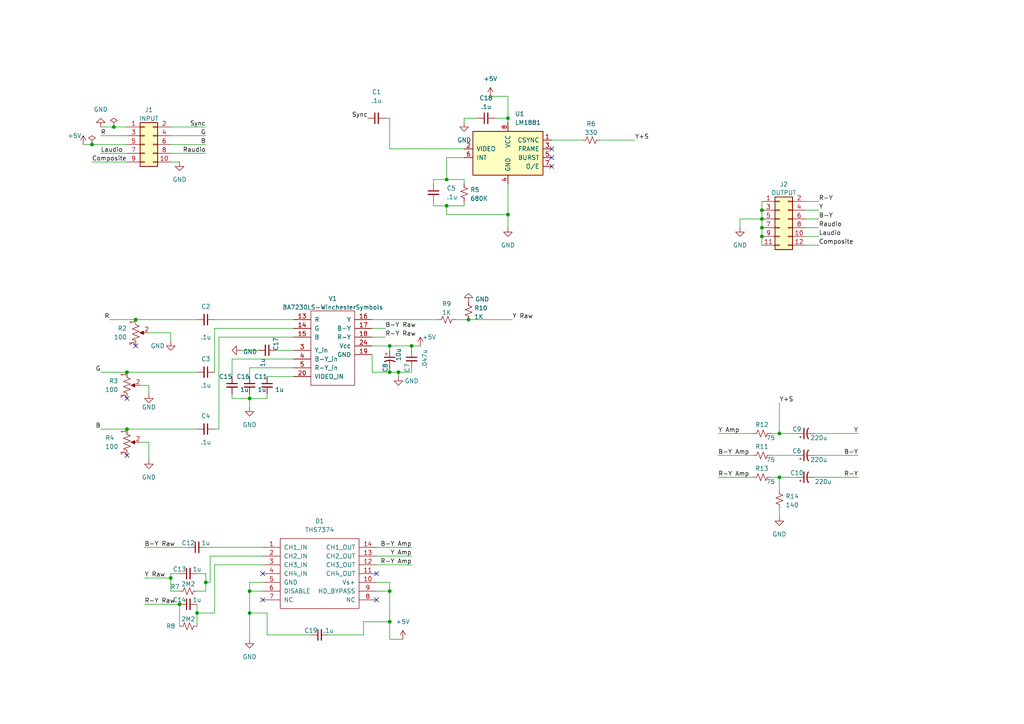
<source format=kicad_sch>
(kicad_sch (version 20230121) (generator eeschema)
  (paper "A4")
  (title_block (title "RGB to Component Transcoder") (rev "1.0") (company "Shalx"))
  (lib_symbols
    (symbol "Connector_Generic:Conn_02x05_Odd_Even" (pin_names (offset 1.016) hide)
      (property "Reference" "J" (at 1.27 7.62 0))
      (property "Value" "Conn_02x05_Odd_Even" (at 1.27 -7.62 0))
      (symbol "Conn_02x05_Odd_Even_1_1"
        (rectangle (start -1.27 -4.953) (end 0 -5.207) (stroke (width 0.1524)))
        (rectangle (start -1.27 -2.413) (end 0 -2.667) (stroke (width 0.1524)))
        (rectangle (start -1.27 0.127) (end 0 -0.127) (stroke (width 0.1524)))
        (rectangle (start -1.27 2.667) (end 0 2.413) (stroke (width 0.1524)))
        (rectangle (start -1.27 5.207) (end 0 4.953) (stroke (width 0.1524)))
        (rectangle (start -1.27 6.35) (end 3.81 -6.35) (stroke (width 0.254)) (fill (type background)))
        (rectangle (start 3.81 -4.953) (end 2.54 -5.207) (stroke (width 0.1524)))
        (rectangle (start 3.81 -2.413) (end 2.54 -2.667) (stroke (width 0.1524)))
        (rectangle (start 3.81 0.127) (end 2.54 -0.127) (stroke (width 0.1524)))
        (rectangle (start 3.81 2.667) (end 2.54 2.413) (stroke (width 0.1524)))
        (rectangle (start 3.81 5.207) (end 2.54 4.953) (stroke (width 0.1524)))
        (pin passive line (at -5.08 5.08 0) (length 3.81) (name "Pin_1") (number "1"))
        (pin passive line (at 7.62 -5.08 180) (length 3.81) (name "Pin_10") (number "10"))
        (pin passive line (at 7.62 5.08 180) (length 3.81) (name "Pin_2") (number "2"))
        (pin passive line (at -5.08 2.54 0) (length 3.81) (name "Pin_3") (number "3"))
        (pin passive line (at 7.62 2.54 180) (length 3.81) (name "Pin_4") (number "4"))
        (pin passive line (at -5.08 0 0) (length 3.81) (name "Pin_5") (number "5"))
        (pin passive line (at 7.62 0 180) (length 3.81) (name "Pin_6") (number "6"))
        (pin passive line (at -5.08 -2.54 0) (length 3.81) (name "Pin_7") (number "7"))
        (pin passive line (at 7.62 -2.54 180) (length 3.81) (name "Pin_8") (number "8"))
        (pin passive line (at -5.08 -5.08 0) (length 3.81) (name "Pin_9") (number "9"))
      )
    )
    (symbol "Connector_Generic:Conn_02x06_Odd_Even" (pin_names (offset 1.016) hide)
      (property "Reference" "J" (at 1.27 7.62 0))
      (property "Value" "Conn_02x06_Odd_Even" (at 1.27 -10.16 0))
      (symbol "Conn_02x06_Odd_Even_1_1"
        (rectangle (start -1.27 -7.493) (end 0 -7.747) (stroke (width 0.1524)))
        (rectangle (start -1.27 -4.953) (end 0 -5.207) (stroke (width 0.1524)))
        (rectangle (start -1.27 -2.413) (end 0 -2.667) (stroke (width 0.1524)))
        (rectangle (start -1.27 0.127) (end 0 -0.127) (stroke (width 0.1524)))
        (rectangle (start -1.27 2.667) (end 0 2.413) (stroke (width 0.1524)))
        (rectangle (start -1.27 5.207) (end 0 4.953) (stroke (width 0.1524)))
        (rectangle (start -1.27 6.35) (end 3.81 -8.89) (stroke (width 0.254)) (fill (type background)))
        (rectangle (start 3.81 -7.493) (end 2.54 -7.747) (stroke (width 0.1524)))
        (rectangle (start 3.81 -4.953) (end 2.54 -5.207) (stroke (width 0.1524)))
        (rectangle (start 3.81 -2.413) (end 2.54 -2.667) (stroke (width 0.1524)))
        (rectangle (start 3.81 0.127) (end 2.54 -0.127) (stroke (width 0.1524)))
        (rectangle (start 3.81 2.667) (end 2.54 2.413) (stroke (width 0.1524)))
        (rectangle (start 3.81 5.207) (end 2.54 4.953) (stroke (width 0.1524)))
        (pin passive line (at -5.08 5.08 0) (length 3.81) (name "Pin_1") (number "1"))
        (pin passive line (at 7.62 -5.08 180) (length 3.81) (name "Pin_10") (number "10"))
        (pin passive line (at -5.08 -7.62 0) (length 3.81) (name "Pin_11") (number "11"))
        (pin passive line (at 7.62 -7.62 180) (length 3.81) (name "Pin_12") (number "12"))
        (pin passive line (at 7.62 5.08 180) (length 3.81) (name "Pin_2") (number "2"))
        (pin passive line (at -5.08 2.54 0) (length 3.81) (name "Pin_3") (number "3"))
        (pin passive line (at 7.62 2.54 180) (length 3.81) (name "Pin_4") (number "4"))
        (pin passive line (at -5.08 0 0) (length 3.81) (name "Pin_5") (number "5"))
        (pin passive line (at 7.62 0 180) (length 3.81) (name "Pin_6") (number "6"))
        (pin passive line (at -5.08 -2.54 0) (length 3.81) (name "Pin_7") (number "7"))
        (pin passive line (at 7.62 -2.54 180) (length 3.81) (name "Pin_8") (number "8"))
        (pin passive line (at -5.08 -5.08 0) (length 3.81) (name "Pin_9") (number "9"))
      )
    )
    (symbol "Device:C_Polarized_Small_US" (pin_numbers hide) (pin_names (offset 0.254) hide)
      (property "Reference" "C" (at 0.254 1.778 0))
      (property "Value" "C_Polarized_Small_US" (at 0.254 -2.032 0))
      (symbol "C_Polarized_Small_US_0_1"
        (polyline (pts (xy -1.524 0.508) (xy 1.524 0.508)) (stroke (width 0.3048)))
        (polyline (pts (xy -1.27 1.524) (xy -0.762 1.524)))
        (polyline (pts (xy -1.016 1.27) (xy -1.016 1.778)))
        (arc (start 1.524 -0.762) (mid 0 -0.3734) (end -1.524 -0.762) (stroke (width 0.3048)))
      )
      (symbol "C_Polarized_Small_US_1_1"
        (pin passive line (at 0 2.54 270) (length 2.032) (name "~") (number "1"))
        (pin passive line (at 0 -2.54 90) (length 2.032) (name "~") (number "2"))
      )
    )
    (symbol "Device:C_Small" (pin_numbers hide) (pin_names (offset 0.254) hide)
      (property "Reference" "C" (at 0.254 1.778 0))
      (property "Value" "C_Small" (at 0.254 -2.032 0))
      (symbol "C_Small_0_1"
        (polyline (pts (xy -1.524 -0.508) (xy 1.524 -0.508)) (stroke (width 0.3302)))
        (polyline (pts (xy -1.524 0.508) (xy 1.524 0.508)) (stroke (width 0.3048)))
      )
      (symbol "C_Small_1_1"
        (pin passive line (at 0 2.54 270) (length 2.032) (name "~") (number "1"))
        (pin passive line (at 0 -2.54 90) (length 2.032) (name "~") (number "2"))
      )
    )
    (symbol "Device:R_Potentiometer_US" (pin_names (offset 1.016) hide)
      (property "Reference" "RV" (at -4.445 0 90))
      (property "Value" "R_Potentiometer_US" (at -2.54 0 90))
      (symbol "R_Potentiometer_US_0_1"
        (polyline (pts (xy 0 -2.286) (xy 0 -2.54)))
        (polyline (pts (xy 0 2.54) (xy 0 2.286)))
        (polyline (pts (xy 2.54 0) (xy 1.524 0)))
        (polyline (pts (xy 1.143 0) (xy 2.286 0.508) (xy 2.286 -0.508) (xy 1.143 0)) (fill (type outline)))
        (polyline (pts (xy 0 -0.762) (xy 1.016 -1.143) (xy 0 -1.524) (xy -1.016 -1.905) (xy 0 -2.286)))
        (polyline (pts (xy 0 0.762) (xy 1.016 0.381) (xy 0 0) (xy -1.016 -0.381) (xy 0 -0.762)))
        (polyline (pts (xy 0 2.286) (xy 1.016 1.905) (xy 0 1.524) (xy -1.016 1.143) (xy 0 0.762)))
      )
      (symbol "R_Potentiometer_US_1_1"
        (pin passive line (at 0 3.81 270) (length 1.27) (name "1") (number "1"))
        (pin passive line (at 3.81 0 180) (length 1.27) (name "2") (number "2"))
        (pin passive line (at 0 -3.81 90) (length 1.27) (name "3") (number "3"))
      )
    )
    (symbol "Device:R_Small_US" (pin_numbers hide) (pin_names (offset 0.254) hide)
      (property "Reference" "R" (at 0.762 0.508 0))
      (property "Value" "R_Small_US" (at 0.762 -1.016 0))
      (symbol "R_Small_US_1_1"
        (polyline (pts (xy 0 0) (xy 1.016 -0.381) (xy 0 -0.762) (xy -1.016 -1.143) (xy 0 -1.524)))
        (polyline (pts (xy 0 1.524) (xy 1.016 1.143) (xy 0 0.762) (xy -1.016 0.381) (xy 0 0)))
        (pin passive line (at 0 2.54 270) (length 1.016) (name "~") (number "1"))
        (pin passive line (at 0 -2.54 90) (length 1.016) (name "~") (number "2"))
      )
    )
    (symbol "Video:LM1881" (pin_names (offset 1.016))
      (property "Reference" "U" (at -8.89 8.89 0))
      (property "Value" "LM1881" (at 6.35 8.89 0))
      (symbol "LM1881_0_1"
        (rectangle (start -10.16 7.62) (end 10.16 -5.08) (stroke (width 0.254)) (fill (type background)))
      )
      (symbol "LM1881_1_1"
        (pin output line (at 12.7 5.08 180) (length 2.54) (name "CSYNC") (number "1"))
        (pin input line (at -12.7 2.54 0) (length 2.54) (name "VIDEO") (number "2"))
        (pin output line (at 12.7 2.54 180) (length 2.54) (name "FRAME") (number "3"))
        (pin power_in line (at 0 -7.62 90) (length 2.54) (name "GND") (number "4"))
        (pin output line (at 12.7 0 180) (length 2.54) (name "BURST") (number "5"))
        (pin input line (at -12.7 0 0) (length 2.54) (name "INT") (number "6"))
        (pin output line (at 12.7 -2.54 180) (length 2.54) (name "O/E") (number "7"))
        (pin power_in line (at 0 10.16 270) (length 2.54) (name "VCC") (number "8"))
      )
    )
    (symbol "WinchesterSymbols:BA7230LS-WinchesterSymbols" (pin_names (offset 1.016))
      (property "Reference" "V" (at 0 12.7 0))
      (property "Value" "BA7230LS-WinchesterSymbols" (at 0 10.16 0))
      (symbol "BA7230LS-WinchesterSymbols_0_1"
        (rectangle (start -6.35 8.89) (end 6.35 -12.7))
      )
      (symbol "BA7230LS-WinchesterSymbols_1_1"
        (pin input line (at -11.43 6.35 0) (length 5.08) (name "R") (number "13"))
        (pin input line (at -11.43 3.81 0) (length 5.08) (name "G") (number "14"))
        (pin input line (at -11.43 1.27 0) (length 5.08) (name "B") (number "15"))
        (pin input line (at 11.43 6.35 180) (length 5.08) (name "Y") (number "16"))
        (pin input line (at 11.43 3.81 180) (length 5.08) (name "B-Y") (number "17"))
        (pin input line (at 11.43 1.27 180) (length 5.08) (name "R-Y") (number "18"))
        (pin input line (at 11.43 -3.81 180) (length 5.08) (name "GND") (number "19"))
        (pin input line (at -11.43 -10.16 0) (length 5.08) (name "VIDEO_IN") (number "20"))
        (pin input line (at 11.43 -1.27 180) (length 5.08) (name "Vcc") (number "24"))
        (pin input line (at -11.43 -2.54 0) (length 5.08) (name "Y_in") (number "3"))
        (pin input line (at -11.43 -5.08 0) (length 5.08) (name "B-Y_in") (number "4"))
        (pin input line (at -11.43 -7.62 0) (length 5.08) (name "R-Y_in") (number "5"))
      )
    )
    (symbol "WinchesterSymbols:THS7374-Alex" (pin_names (offset 1.016))
      (property "Reference" "D" (at 0 10.16 0))
      (property "Value" "THS7374-Alex" (at 0 -12.7 0))
      (symbol "THS7374-Alex_0_1"
        (rectangle (start -10.16 8.89) (end 12.7 -11.43))
      )
      (symbol "THS7374-Alex_1_1"
        (pin input line (at -15.24 6.35 0) (length 5.08) (name "CH1_IN") (number "1"))
        (pin input line (at 17.78 -3.81 180) (length 5.08) (name "Vs+") (number "10"))
        (pin input line (at 17.78 -1.27 180) (length 5.08) (name "CH4_OUT") (number "11"))
        (pin input line (at 17.78 1.27 180) (length 5.08) (name "CH3_OUT") (number "12"))
        (pin input line (at 17.78 3.81 180) (length 5.08) (name "CH2_OUT") (number "13"))
        (pin input line (at 17.78 6.35 180) (length 5.08) (name "CH1_OUT") (number "14"))
        (pin input line (at -15.24 3.81 0) (length 5.08) (name "CH2_IN") (number "2"))
        (pin input line (at -15.24 1.27 0) (length 5.08) (name "CH3_IN") (number "3"))
        (pin input line (at -15.24 -1.27 0) (length 5.08) (name "CH4_IN") (number "4"))
        (pin input line (at -15.24 -3.81 0) (length 5.08) (name "GND") (number "5"))
        (pin input line (at -15.24 -6.35 0) (length 5.08) (name "DISABLE") (number "6"))
        (pin input line (at -15.24 -8.89 0) (length 5.08) (name "NC") (number "7"))
        (pin input line (at 17.78 -8.89 180) (length 5.08) (name "NC") (number "8"))
        (pin input line (at 17.78 -6.35 180) (length 5.08) (name "HD_BYPASS") (number "9"))
      )
    )
    (symbol "power:+5V" (power) (pin_names (offset 0))
      (property "Value" "+5V" (at 0 3.556 0))
      (symbol "+5V_0_1"
        (polyline (pts (xy -0.762 1.27) (xy 0 2.54)))
        (polyline (pts (xy 0 0) (xy 0 2.54)))
        (polyline (pts (xy 0 2.54) (xy 0.762 1.27)))
      )
      (symbol "+5V_1_1"
        (pin power_in line (at 0 0 90) (length 0) hide (name "+5V") (number "1"))
      )
    )
    (symbol "power:GND" (power) (pin_names (offset 0))
      (property "Value" "GND" (at 0 -3.81 0))
      (symbol "GND_0_1"
        (polyline (pts (xy 0 0) (xy 0 -1.27) (xy 1.27 -1.27) (xy 0 -2.54) (xy -1.27 -1.27) (xy 0 -1.27)))
      )
      (symbol "GND_1_1"
        (pin power_in line (at 0 0 270) (length 0) hide (name "GND") (number "1"))
      )
    )
    (symbol "power:PWR_FLAG" (power) (pin_numbers hide) (pin_names (offset 0) hide)
      (property "Value" "PWR_FLAG" (at 0 3.81 0))
      (symbol "PWR_FLAG_0_0"
        (pin power_out line (at 0 0 90) (length 0) (name "pwr") (number "1"))
      )
      (symbol "PWR_FLAG_0_1"
        (polyline (pts (xy 0 0) (xy 0 1.27) (xy -1.016 1.905) (xy 0 2.54) (xy 1.016 1.905) (xy 0 1.27)))
      )
    )
  )
  (junction (at 57.15 177.8))
  (junction (at 49.53 167.64))
  (junction (at 115.57 107.95))
  (junction (at 220.98 68.58))
  (junction (at 39.37 92.71))
  (junction (at 226.06 125.73))
  (junction (at 129.54 59.69))
  (junction (at 119.38 100.33))
  (junction (at 72.39 171.45))
  (junction (at 113.03 180.34))
  (junction (at 113.03 100.33))
  (junction (at 59.69 168.91))
  (junction (at 226.06 138.43))
  (junction (at 135.89 92.71))
  (junction (at 52.07 175.26))
  (junction (at 26.67 41.91))
  (junction (at 36.83 124.46))
  (junction (at 72.39 115.57))
  (junction (at 36.83 107.95))
  (junction (at 72.39 177.8))
  (junction (at 33.02 36.83))
  (junction (at 147.32 62.23))
  (junction (at 220.98 63.5))
  (junction (at 113.03 107.95))
  (junction (at 220.98 66.04))
  (junction (at 220.98 60.96))
  (junction (at 113.03 171.45))
  (junction (at 147.32 34.29))
  (junction (at 129.54 52.07))
  (no_connect (at 160.02 43.18))
  (no_connect (at 160.02 45.72))
  (no_connect (at 160.02 48.26))
  (no_connect (at 36.83 115.57))
  (no_connect (at 76.2 173.99))
  (no_connect (at 76.2 166.37))
  (no_connect (at 109.22 166.37))
  (no_connect (at 109.22 173.99))
  (no_connect (at 36.83 132.08))
  (no_connect (at 39.37 100.33))
  (wire (pts (xy 59.69 166.37) (xy 59.69 168.91)))
  (wire (pts (xy 142.24 27.94) (xy 147.32 27.94)))
  (wire (pts (xy 63.5 97.79) (xy 85.09 97.79)))
  (wire (pts (xy 236.22 125.73) (xy 248.92 125.73)))
  (wire (pts (xy 226.06 116.84) (xy 226.06 125.73)))
  (wire (pts (xy 173.99 40.64) (xy 184.15 40.64)))
  (wire (pts (xy 113.03 34.29) (xy 113.03 43.18)))
  (wire (pts (xy 208.28 125.73) (xy 218.44 125.73)))
  (wire (pts (xy 49.53 99.06) (xy 49.53 96.52)))
  (wire (pts (xy 36.83 107.95) (xy 36.83 109.22)))
  (wire (pts (xy 134.62 34.29) (xy 138.43 34.29)))
  (wire (pts (xy 72.39 171.45) (xy 72.39 177.8)))
  (wire (pts (xy 24.13 41.91) (xy 26.67 41.91)))
  (wire (pts (xy 77.47 115.57) (xy 72.39 115.57)))
  (wire (pts (xy 223.52 138.43) (xy 226.06 138.43)))
  (wire (pts (xy 80.01 101.6) (xy 85.09 101.6)))
  (wire (pts (xy 62.23 95.25) (xy 62.23 107.95)))
  (wire (pts (xy 43.18 114.3) (xy 43.18 111.76)))
  (wire (pts (xy 67.31 115.57) (xy 72.39 115.57)))
  (wire (pts (xy 113.03 171.45) (xy 113.03 180.34)))
  (wire (pts (xy 67.31 104.14) (xy 85.09 104.14)))
  (wire (pts (xy 77.47 177.8) (xy 72.39 177.8)))
  (wire (pts (xy 107.95 97.79) (xy 111.76 97.79)))
  (wire (pts (xy 72.39 114.3) (xy 72.39 115.57)))
  (wire (pts (xy 49.53 41.91) (xy 59.69 41.91)))
  (wire (pts (xy 76.2 161.29) (xy 60.96 161.29)))
  (wire (pts (xy 49.53 44.45) (xy 59.69 44.45)))
  (wire (pts (xy 62.23 124.46) (xy 63.5 124.46)))
  (wire (pts (xy 220.98 68.58) (xy 220.98 71.12)))
  (wire (pts (xy 214.63 63.5) (xy 214.63 66.04)))
  (wire (pts (xy 52.07 166.37) (xy 49.53 166.37)))
  (wire (pts (xy 57.15 175.26) (xy 57.15 177.8)))
  (wire (pts (xy 134.62 45.72) (xy 129.54 45.72)))
  (wire (pts (xy 115.57 107.95) (xy 119.38 107.95)))
  (wire (pts (xy 223.52 132.08) (xy 231.14 132.08)))
  (wire (pts (xy 57.15 177.8) (xy 62.23 177.8)))
  (wire (pts (xy 220.98 60.96) (xy 220.98 63.5)))
  (wire (pts (xy 72.39 106.68) (xy 72.39 109.22)))
  (wire (pts (xy 67.31 114.3) (xy 67.31 115.57)))
  (wire (pts (xy 113.03 106.68) (xy 113.03 107.95)))
  (wire (pts (xy 109.22 161.29) (xy 119.38 161.29)))
  (wire (pts (xy 43.18 133.35) (xy 43.18 128.27)))
  (wire (pts (xy 62.23 95.25) (xy 85.09 95.25)))
  (wire (pts (xy 147.32 27.94) (xy 147.32 34.29)))
  (wire (pts (xy 72.39 171.45) (xy 72.39 168.91)))
  (wire (pts (xy 113.03 107.95) (xy 115.57 107.95)))
  (wire (pts (xy 77.47 109.22) (xy 85.09 109.22)))
  (wire (pts (xy 113.03 185.42) (xy 116.84 185.42)))
  (wire (pts (xy 109.22 158.75) (xy 119.38 158.75)))
  (wire (pts (xy 49.53 167.64) (xy 49.53 171.45)))
  (wire (pts (xy 125.73 58.42) (xy 125.73 59.69)))
  (wire (pts (xy 76.2 163.83) (xy 62.23 163.83)))
  (wire (pts (xy 109.22 168.91) (xy 113.03 168.91)))
  (wire (pts (xy 113.03 100.33) (xy 113.03 101.6)))
  (wire (pts (xy 36.83 124.46) (xy 57.15 124.46)))
  (wire (pts (xy 125.73 59.69) (xy 129.54 59.69)))
  (wire (pts (xy 129.54 45.72) (xy 129.54 52.07)))
  (wire (pts (xy 129.54 62.23) (xy 147.32 62.23)))
  (wire (pts (xy 69.85 101.6) (xy 74.93 101.6)))
  (wire (pts (xy 43.18 128.27) (xy 40.64 128.27)))
  (wire (pts (xy 220.98 63.5) (xy 220.98 66.04)))
  (wire (pts (xy 233.68 63.5) (xy 237.49 63.5)))
  (wire (pts (xy 233.68 71.12) (xy 237.49 71.12)))
  (wire (pts (xy 41.91 158.75) (xy 54.61 158.75)))
  (wire (pts (xy 39.37 92.71) (xy 39.37 93.98)))
  (wire (pts (xy 105.41 184.15) (xy 105.41 180.34)))
  (wire (pts (xy 59.69 158.75) (xy 76.2 158.75)))
  (wire (pts (xy 160.02 40.64) (xy 168.91 40.64)))
  (wire (pts (xy 226.06 125.73) (xy 231.14 125.73)))
  (wire (pts (xy 134.62 58.42) (xy 134.62 59.69)))
  (wire (pts (xy 115.57 107.95) (xy 115.57 109.22)))
  (wire (pts (xy 29.21 36.83) (xy 33.02 36.83)))
  (wire (pts (xy 59.69 171.45) (xy 59.69 168.91)))
  (wire (pts (xy 236.22 132.08) (xy 248.92 132.08)))
  (wire (pts (xy 49.53 166.37) (xy 49.53 167.64)))
  (wire (pts (xy 119.38 100.33) (xy 121.92 100.33)))
  (wire (pts (xy 233.68 68.58) (xy 237.49 68.58)))
  (wire (pts (xy 85.09 106.68) (xy 72.39 106.68)))
  (wire (pts (xy 62.23 163.83) (xy 62.23 177.8)))
  (wire (pts (xy 62.23 92.71) (xy 85.09 92.71)))
  (wire (pts (xy 60.96 161.29) (xy 60.96 168.91)))
  (wire (pts (xy 129.54 59.69) (xy 134.62 59.69)))
  (wire (pts (xy 129.54 52.07) (xy 134.62 52.07)))
  (wire (pts (xy 220.98 58.42) (xy 220.98 60.96)))
  (wire (pts (xy 31.75 92.71) (xy 39.37 92.71)))
  (wire (pts (xy 236.22 138.43) (xy 248.92 138.43)))
  (wire (pts (xy 143.51 34.29) (xy 147.32 34.29)))
  (wire (pts (xy 109.22 171.45) (xy 113.03 171.45)))
  (wire (pts (xy 226.06 138.43) (xy 231.14 138.43)))
  (wire (pts (xy 29.21 44.45) (xy 36.83 44.45)))
  (wire (pts (xy 72.39 177.8) (xy 72.39 185.42)))
  (wire (pts (xy 39.37 92.71) (xy 57.15 92.71)))
  (wire (pts (xy 29.21 39.37) (xy 36.83 39.37)))
  (wire (pts (xy 43.18 111.76) (xy 40.64 111.76)))
  (wire (pts (xy 52.07 171.45) (xy 49.53 171.45)))
  (wire (pts (xy 29.21 124.46) (xy 36.83 124.46)))
  (wire (pts (xy 49.53 46.99) (xy 52.07 46.99)))
  (wire (pts (xy 113.03 180.34) (xy 113.03 185.42)))
  (wire (pts (xy 147.32 62.23) (xy 147.32 66.04)))
  (wire (pts (xy 49.53 36.83) (xy 59.69 36.83)))
  (wire (pts (xy 134.62 52.07) (xy 134.62 53.34)))
  (wire (pts (xy 77.47 114.3) (xy 77.47 115.57)))
  (wire (pts (xy 57.15 171.45) (xy 59.69 171.45)))
  (wire (pts (xy 107.95 107.95) (xy 113.03 107.95)))
  (wire (pts (xy 119.38 100.33) (xy 113.03 100.33)))
  (wire (pts (xy 125.73 52.07) (xy 125.73 53.34)))
  (wire (pts (xy 72.39 115.57) (xy 72.39 118.11)))
  (wire (pts (xy 52.07 175.26) (xy 52.07 181.61)))
  (wire (pts (xy 107.95 92.71) (xy 127 92.71)))
  (wire (pts (xy 113.03 168.91) (xy 113.03 171.45)))
  (wire (pts (xy 134.62 34.29) (xy 134.62 35.56)))
  (wire (pts (xy 36.83 107.95) (xy 57.15 107.95)))
  (wire (pts (xy 76.2 171.45) (xy 72.39 171.45)))
  (wire (pts (xy 233.68 66.04) (xy 237.49 66.04)))
  (wire (pts (xy 67.31 109.22) (xy 67.31 104.14)))
  (wire (pts (xy 49.53 39.37) (xy 59.69 39.37)))
  (wire (pts (xy 208.28 132.08) (xy 218.44 132.08)))
  (wire (pts (xy 233.68 58.42) (xy 237.49 58.42)))
  (wire (pts (xy 119.38 100.33) (xy 119.38 101.6)))
  (wire (pts (xy 233.68 60.96) (xy 237.49 60.96)))
  (wire (pts (xy 26.67 41.91) (xy 36.83 41.91)))
  (wire (pts (xy 41.91 167.64) (xy 49.53 167.64)))
  (wire (pts (xy 107.95 95.25) (xy 111.76 95.25)))
  (wire (pts (xy 135.89 92.71) (xy 148.59 92.71)))
  (wire (pts (xy 60.96 168.91) (xy 59.69 168.91)))
  (wire (pts (xy 125.73 52.07) (xy 129.54 52.07)))
  (wire (pts (xy 129.54 59.69) (xy 129.54 62.23)))
  (wire (pts (xy 214.63 63.5) (xy 220.98 63.5)))
  (wire (pts (xy 132.08 92.71) (xy 135.89 92.71)))
  (wire (pts (xy 107.95 100.33) (xy 113.03 100.33)))
  (wire (pts (xy 63.5 97.79) (xy 63.5 124.46)))
  (wire (pts (xy 111.76 34.29) (xy 113.03 34.29)))
  (wire (pts (xy 33.02 36.83) (xy 36.83 36.83)))
  (wire (pts (xy 223.52 125.73) (xy 226.06 125.73)))
  (wire (pts (xy 43.18 96.52) (xy 49.53 96.52)))
  (wire (pts (xy 90.17 184.15) (xy 77.47 184.15)))
  (wire (pts (xy 147.32 34.29) (xy 147.32 35.56)))
  (wire (pts (xy 41.91 175.26) (xy 52.07 175.26)))
  (wire (pts (xy 26.67 46.99) (xy 36.83 46.99)))
  (wire (pts (xy 72.39 168.91) (xy 76.2 168.91)))
  (wire (pts (xy 57.15 166.37) (xy 59.69 166.37)))
  (wire (pts (xy 113.03 43.18) (xy 134.62 43.18)))
  (wire (pts (xy 119.38 106.68) (xy 119.38 107.95)))
  (wire (pts (xy 220.98 66.04) (xy 220.98 68.58)))
  (wire (pts (xy 107.95 102.87) (xy 107.95 107.95)))
  (wire (pts (xy 147.32 53.34) (xy 147.32 62.23)))
  (wire (pts (xy 226.06 147.32) (xy 226.06 149.86)))
  (wire (pts (xy 109.22 163.83) (xy 119.38 163.83)))
  (wire (pts (xy 77.47 184.15) (xy 77.47 177.8)))
  (wire (pts (xy 29.21 107.95) (xy 36.83 107.95)))
  (wire (pts (xy 105.41 180.34) (xy 113.03 180.34)))
  (wire (pts (xy 36.83 124.46) (xy 36.83 125.73)))
  (wire (pts (xy 57.15 177.8) (xy 57.15 181.61)))
  (wire (pts (xy 226.06 138.43) (xy 226.06 142.24)))
  (wire (pts (xy 208.28 138.43) (xy 218.44 138.43)))
  (wire (pts (xy 95.25 184.15) (xy 105.41 184.15)))
  (label "Laudio" (at 29.21 44.45 0))
  (label "Laudio" (at 237.49 68.58 0))
  (label "R" (at 31.75 92.71 180))
  (label "R-Y Raw" (at 111.76 97.79 0))
  (label "Composite" (at 26.67 46.99 0))
  (label "Sync" (at 106.68 34.29 180))
  (label "Raudio" (at 237.49 66.04 0))
  (label "B-Y" (at 248.92 132.08 180))
  (label "Sync" (at 59.69 36.83 180))
  (label "Y+S" (at 184.15 40.64 0))
  (label "R-Y" (at 248.92 138.43 180))
  (label "B-Y" (at 237.49 63.5 0))
  (label "Y Raw" (at 41.91 167.64 0))
  (label "Y" (at 248.92 125.73 180))
  (label "B" (at 29.21 124.46 180))
  (label "Y Amp" (at 208.28 125.73 0))
  (label "G" (at 59.69 39.37 180))
  (label "Raudio" (at 59.69 44.45 180))
  (label "Y Amp" (at 119.38 161.29 180))
  (label "R" (at 29.21 39.37 0))
  (label "R-Y" (at 237.49 58.42 0))
  (label "R-Y Raw" (at 41.91 175.26 0))
  (label "R-Y Amp" (at 119.38 163.83 180))
  (label "B-Y Amp" (at 208.28 132.08 0))
  (label "B-Y Amp" (at 119.38 158.75 180))
  (label "G" (at 29.21 107.95 180))
  (label "R-Y Amp" (at 208.28 138.43 0))
  (label "B" (at 59.69 41.91 180))
  (label "Y" (at 237.49 60.96 0))
  (label "B-Y Raw" (at 111.76 95.25 0))
  (label "Y Raw" (at 148.59 92.71 0))
  (label "B-Y Raw" (at 41.91 158.75 0))
  (label "Composite" (at 237.49 71.12 0))
  (label "Y+S" (at 226.06 116.84 0))
  (symbol (lib_id "Device:C_Polarized_Small_US") (at 113.03 104.14 0) (unit 1)
    (property "Reference" "C8" (at 111.76 106.68 90))
    (property "Value" "10u" (at 115.57 102.87 90))
    (property "Footprint" "Capacitor_SMD:CP_Elec_4x5.4" (effects hide))
  )
  (symbol (lib_id "Device:C_Polarized_Small_US") (at 233.68 132.08 90) (unit 1)
    (property "Reference" "C6" (at 231.14 130.81 90))
    (property "Value" "220u" (at 237.49 133.35 90))
    (property "Footprint" "Capacitor_SMD:CP_Elec_6.3x5.4" (effects hide))
  )
  (symbol (lib_id "power:+5V") (at 142.24 27.94 0) (unit 1)
    (property "Reference" "#PWR0101" (effects hide))
    (property "Value" "+5V" (at 142.24 22.86 0))
  )
  (symbol (lib_id "Device:C_Small") (at 140.97 34.29 90) (unit 1)
    (property "Reference" "C18" (at 140.97 28.4312 90))
    (property "Value" ".1u" (at 140.97 30.9681 90))
    (property "Footprint" "Capacitor_SMD:C_0805_2012Metric_Pad1.18x1.45mm_HandSolder" (effects hide))
  )
  (symbol (lib_id "Device:C_Small") (at 59.69 124.46 270) (unit 1)
    (property "Reference" "C4" (at 59.69 120.65 90))
    (property "Value" ".1u" (at 59.69 128.27 90))
    (property "Footprint" "Capacitor_SMD:C_0805_2012Metric_Pad1.18x1.45mm_HandSolder" (effects hide))
  )
  (symbol (lib_id "Device:C_Small") (at 77.47 111.76 0) (unit 1)
    (property "Reference" "C11" (at 73.66 109.22 0) (effects (justify left)))
    (property "Value" "1u" (at 79.7814 113.0304 0) (effects (justify left)))
    (property "Footprint" "Capacitor_SMD:C_0805_2012Metric_Pad1.18x1.45mm_HandSolder" (effects hide))
  )
  (symbol (lib_id "Device:R_Small_US") (at 54.61 171.45 90) (unit 1)
    (property "Reference" "R7" (at 50.8 170.18 90))
    (property "Value" "2M2" (at 54.61 169.3981 90))
    (property "Footprint" "Resistor_SMD:R_0805_2012Metric_Pad1.20x1.40mm_HandSolder" (effects hide))
  )
  (symbol (lib_id "Device:R_Small_US") (at 54.61 181.61 90) (unit 1)
    (property "Reference" "R8" (at 49.53 181.61 90))
    (property "Value" "2M2" (at 54.61 179.5581 90))
    (property "Footprint" "Resistor_SMD:R_0805_2012Metric_Pad1.20x1.40mm_HandSolder" (effects hide))
  )
  (symbol (lib_id "power:GND") (at 52.07 46.99 0) (unit 1)
    (property "Reference" "#PWR0110" (effects hide))
    (property "Value" "GND" (at 52.07 52.07 0))
  )
  (symbol (lib_id "power:GND") (at 147.32 66.04 0) (unit 1)
    (property "Reference" "#PWR0104" (effects hide))
    (property "Value" "GND" (at 147.32 71.12 0))
  )
  (symbol (lib_id "Device:R_Small_US") (at 134.62 55.88 180) (unit 1)
    (property "Reference" "R5" (at 136.398 55.0453 0) (effects (justify right)))
    (property "Value" "680K" (at 136.398 57.5822 0) (effects (justify right)))
    (property "Footprint" "Resistor_SMD:R_0805_2012Metric_Pad1.20x1.40mm_HandSolder" (effects hide))
  )
  (symbol (lib_id "Device:R_Small_US") (at 129.54 92.71 90) (unit 1)
    (property "Reference" "R9" (at 129.54 88.1212 90))
    (property "Value" "1K" (at 129.54 90.6581 90))
    (property "Footprint" "Resistor_SMD:R_0805_2012Metric_Pad1.20x1.40mm_HandSolder" (effects hide))
  )
  (symbol (lib_id "Device:C_Small") (at 72.39 111.76 0) (unit 1)
    (property "Reference" "C16" (at 68.58 109.22 0) (effects (justify left)))
    (property "Value" "1u" (at 74.7014 113.0304 0) (effects (justify left)))
    (property "Footprint" "Capacitor_SMD:C_0805_2012Metric_Pad1.18x1.45mm_HandSolder" (effects hide))
  )
  (symbol (lib_id "Device:C_Small") (at 67.31 111.76 0) (unit 1)
    (property "Reference" "C15" (at 63.5 109.22 0) (effects (justify left)))
    (property "Value" "1u" (at 69.6214 113.0304 0) (effects (justify left)))
    (property "Footprint" "Capacitor_SMD:C_0805_2012Metric_Pad1.18x1.45mm_HandSolder" (effects hide))
  )
  (symbol (lib_id "Device:C_Small") (at 109.22 34.29 90) (unit 1)
    (property "Reference" "C1" (at 109.22 26.67 90))
    (property "Value" ".1u" (at 109.22 29.21 90))
    (property "Footprint" "Capacitor_SMD:C_0805_2012Metric_Pad1.18x1.45mm_HandSolder" (effects hide))
  )
  (symbol (lib_id "power:GND") (at 134.62 35.56 0) (unit 1)
    (property "Reference" "#PWR09" (effects hide))
    (property "Value" "GND" (at 134.62 40.64 0))
  )
  (symbol (lib_id "Device:C_Small") (at 59.69 107.95 270) (unit 1)
    (property "Reference" "C3" (at 59.69 104.14 90))
    (property "Value" ".1u" (at 59.69 111.76 90))
    (property "Footprint" "Capacitor_SMD:C_0805_2012Metric_Pad1.18x1.45mm_HandSolder" (effects hide))
  )
  (symbol (lib_id "power:GND") (at 69.85 101.6 270) (unit 1)
    (property "Reference" "#PWR08" (effects hide))
    (property "Value" "GND" (at 70.485 102.0338 90) (effects (justify left)))
  )
  (symbol (lib_id "Device:R_Small_US") (at 226.06 144.78 180) (unit 1)
    (property "Reference" "R14" (at 227.838 143.9453 0) (effects (justify right)))
    (property "Value" "140" (at 227.838 146.4822 0) (effects (justify right)))
    (property "Footprint" "Resistor_SMD:R_0805_2012Metric_Pad1.20x1.40mm_HandSolder" (effects hide))
  )
  (symbol (lib_id "Device:C_Polarized_Small_US") (at 233.68 138.43 90) (unit 1)
    (property "Reference" "C10" (at 231.14 137.16 90))
    (property "Value" "220u" (at 238.76 139.7 90))
    (property "Footprint" "Capacitor_SMD:CP_Elec_6.3x5.4" (effects hide))
  )
  (symbol (lib_id "power:GND") (at 43.18 133.35 0) (unit 1)
    (property "Reference" "#PWR011" (effects hide))
    (property "Value" "GND" (at 43.18 138.43 0))
  )
  (symbol (lib_id "Device:C_Small") (at 77.47 101.6 270) (unit 1)
    (property "Reference" "C17" (at 80.01 97.79 0) (effects (justify left)))
    (property "Value" "1u" (at 76.1996 103.9114 0) (effects (justify left)))
    (property "Footprint" "Capacitor_SMD:C_0805_2012Metric_Pad1.18x1.45mm_HandSolder" (effects hide))
  )
  (symbol (lib_id "Device:R_Small_US") (at 135.89 90.17 180) (unit 1)
    (property "Reference" "R10" (at 137.541 89.3353 0) (effects (justify right)))
    (property "Value" "1K" (at 137.541 91.8722 0) (effects (justify right)))
    (property "Footprint" "Resistor_SMD:R_0805_2012Metric_Pad1.20x1.40mm_HandSolder" (effects hide))
  )
  (symbol (lib_id "Device:C_Small") (at 54.61 175.26 90) (unit 1)
    (property "Reference" "C14" (at 52.07 173.99 90))
    (property "Value" "1u" (at 57.15 173.99 90))
    (property "Footprint" "Capacitor_SMD:C_0805_2012Metric_Pad1.18x1.45mm_HandSolder" (effects hide))
  )
  (symbol (lib_id "Device:C_Polarized_Small_US") (at 233.68 125.73 90) (unit 1)
    (property "Reference" "C9" (at 231.14 124.46 90))
    (property "Value" "220u" (at 237.49 127 90))
    (property "Footprint" "Capacitor_SMD:CP_Elec_6.3x5.4" (effects hide))
  )
  (symbol (lib_id "Device:C_Small") (at 92.71 184.15 90) (unit 1)
    (property "Reference" "C19" (at 90.17 182.88 90))
    (property "Value" ".1u" (at 95.25 182.88 90))
    (property "Footprint" "Capacitor_SMD:C_0805_2012Metric_Pad1.18x1.45mm_HandSolder" (effects hide))
  )
  (symbol (lib_id "Connector_Generic:Conn_02x05_Odd_Even") (at 41.91 41.91 0) (unit 1)
    (property "Reference" "J1" (at 43.18 31.8602 0))
    (property "Value" "INPUT" (at 43.18 34.3971 0))
    (property "Footprint" "Connector_PinHeader_2.54mm:PinHeader_2x05_P2.54mm_Vertical" (effects hide))
  )
  (symbol (lib_id "Device:C_Small") (at 59.69 92.71 270) (unit 1)
    (property "Reference" "C2" (at 59.69 88.9 90))
    (property "Value" ".1u" (at 59.69 97.79 90))
    (property "Footprint" "Capacitor_SMD:C_0805_2012Metric_Pad1.18x1.45mm_HandSolder" (effects hide))
  )
  (symbol (lib_id "Device:R_Potentiometer_US") (at 39.37 96.52 0) (unit 1)
    (property "Reference" "R2" (at 36.83 95.25 0) (effects (justify right)))
    (property "Value" "100" (at 36.83 97.79 0) (effects (justify right)))
    (property "Footprint" "Library:EVM3ESX50B" (effects hide))
  )
  (symbol (lib_id "Device:R_Small_US") (at 220.98 132.08 90) (unit 1)
    (property "Reference" "R11" (at 220.98 129.54 90))
    (property "Value" "75" (at 223.52 133.35 90))
    (property "Footprint" "Resistor_SMD:R_0805_2012Metric_Pad1.20x1.40mm_HandSolder" (effects hide))
  )
  (symbol (lib_id "Video:LM1881") (at 147.32 45.72 0) (unit 1)
    (property "Reference" "U1" (at 149.3394 33.02 0) (effects (justify left)))
    (property "Value" "LM1881" (at 149.3394 35.56 0) (effects (justify left)))
    (property "Footprint" "Package_SO:SO-8_3.9x4.9mm_P1.27mm" (effects hide))
  )
  (symbol (lib_id "power:GND") (at 72.39 118.11 0) (unit 1)
    (property "Reference" "#PWR01" (effects hide))
    (property "Value" "GND" (at 72.39 123.19 0))
  )
  (symbol (lib_id "WinchesterSymbols:BA7230LS-WinchesterSymbols") (at 96.52 99.06 0) (unit 1)
    (property "Reference" "V1" (at 96.52 86.5972 0))
    (property "Value" "BA7230LS-WinchesterSymbols" (at 96.52 89.1341 0))
    (property "Footprint" "Library:ZIP-24" (effects hide))
  )
  (symbol (lib_id "Connector_Generic:Conn_02x06_Odd_Even") (at 226.06 63.5 0) (unit 1)
    (property "Reference" "J2" (at 227.33 53.4502 0))
    (property "Value" "OUTPUT" (at 227.33 55.88 0))
    (property "Footprint" "Connector_PinHeader_2.54mm:PinHeader_2x06_P2.54mm_Vertical" (effects hide))
  )
  (symbol (lib_id "power:GND") (at 226.06 149.86 0) (unit 1)
    (property "Reference" "#PWR05" (effects hide))
    (property "Value" "GND" (at 226.06 154.94 0))
  )
  (symbol (lib_id "Device:C_Small") (at 54.61 166.37 90) (unit 1)
    (property "Reference" "C13" (at 52.07 165.1 90))
    (property "Value" "1u" (at 57.15 165.1 90))
    (property "Footprint" "Capacitor_SMD:C_0805_2012Metric_Pad1.18x1.45mm_HandSolder" (effects hide))
  )
  (symbol (lib_id "power:GND") (at 135.89 87.63 180) (unit 1)
    (property "Reference" "#PWR010" (effects hide))
    (property "Value" "GND" (at 137.795 86.7938 0) (effects (justify right)))
  )
  (symbol (lib_id "power:GND") (at 29.21 36.83 180) (unit 1)
    (property "Reference" "#PWR014" (effects hide))
    (property "Value" "GND" (at 29.21 31.75 0))
  )
  (symbol (lib_id "Device:C_Small") (at 125.73 55.88 0) (unit 1)
    (property "Reference" "C5" (at 129.54 54.6099 0) (effects (justify left)))
    (property "Value" ".1u" (at 129.54 57.1499 0) (effects (justify left)))
    (property "Footprint" "Capacitor_SMD:C_0805_2012Metric_Pad1.18x1.45mm_HandSolder" (effects hide))
  )
  (symbol (lib_id "power:+5V") (at 121.92 100.33 0) (unit 1)
    (property "Reference" "#PWR07" (effects hide))
    (property "Value" "+5V" (at 124.46 97.79 0))
  )
  (symbol (lib_id "Device:R_Potentiometer_US") (at 36.83 128.27 0) (unit 1)
    (property "Reference" "R4" (at 30.48 127 0) (effects (justify left)))
    (property "Value" "100" (at 30.48 129.54 0) (effects (justify left)))
    (property "Footprint" "Library:EVM3ESX50B" (effects hide))
  )
  (symbol (lib_id "power:PWR_FLAG") (at 33.02 36.83 0) (unit 1)
    (property "Reference" "#FLG01" (effects hide))
    (property "Value" "PWR_FLAG" (effects hide))
  )
  (symbol (lib_id "power:GND") (at 214.63 66.04 0) (unit 1)
    (property "Reference" "#PWR03" (effects hide))
    (property "Value" "GND" (at 214.63 71.12 0))
  )
  (symbol (lib_id "Device:R_Small_US") (at 220.98 125.73 270) (unit 1)
    (property "Reference" "R12" (at 220.98 123.19 90))
    (property "Value" "75" (at 223.52 127 90))
    (property "Footprint" "Resistor_SMD:R_0805_2012Metric_Pad1.20x1.40mm_HandSolder" (effects hide))
  )
  (symbol (lib_id "WinchesterSymbols:THS7374-Alex") (at 91.44 165.1 0) (unit 1)
    (property "Reference" "D1" (at 92.71 151.13 0))
    (property "Value" "THS7374" (at 92.71 153.67 0))
    (property "Footprint" "Package_SO:TSSOP-14_4.4x5mm_P0.65mm" (effects hide))
  )
  (symbol (lib_id "Device:R_Small_US") (at 171.45 40.64 90) (unit 1)
    (property "Reference" "R6" (at 171.45 35.9242 90))
    (property "Value" "330" (at 171.45 38.4611 90))
    (property "Footprint" "Resistor_SMD:R_0805_2012Metric_Pad1.20x1.40mm_HandSolder" (effects hide))
  )
  (symbol (lib_id "power:+5V") (at 116.84 185.42 0) (unit 1)
    (property "Reference" "#PWR04" (effects hide))
    (property "Value" "+5V" (at 116.84 180.34 0))
  )
  (symbol (lib_id "power:GND") (at 49.53 99.06 0) (unit 1)
    (property "Reference" "#PWR013" (effects hide))
    (property "Value" "GND" (at 45.72 100.33 0))
  )
  (symbol (lib_id "power:GND") (at 43.18 114.3 0) (unit 1)
    (property "Reference" "#PWR012" (effects hide))
    (property "Value" "GND" (at 43.18 118.11 0))
  )
  (symbol (lib_id "Device:R_Potentiometer_US") (at 36.83 111.76 0) (unit 1)
    (property "Reference" "R3" (at 34.29 110.49 0) (effects (justify right)))
    (property "Value" "100" (at 34.29 113.03 0) (effects (justify right)))
    (property "Footprint" "Library:EVM3ESX50B" (effects hide))
  )
  (symbol (lib_id "Device:C_Small") (at 119.38 104.14 0) (unit 1)
    (property "Reference" "C7" (at 118.11 106.68 90))
    (property "Value" ".047u" (at 123.19 104.14 90))
    (property "Footprint" "Capacitor_SMD:C_0805_2012Metric_Pad1.18x1.45mm_HandSolder" (effects hide))
  )
  (symbol (lib_id "power:GND") (at 115.57 109.22 0) (unit 1)
    (property "Reference" "#PWR06" (effects hide))
    (property "Value" "GND" (at 119.38 110.49 0))
  )
  (symbol (lib_id "power:PWR_FLAG") (at 26.67 41.91 0) (unit 1)
    (property "Reference" "#FLG02" (effects hide))
    (property "Value" "PWR_FLAG" (effects hide))
  )
  (symbol (lib_id "Device:C_Small") (at 57.15 158.75 90) (unit 1)
    (property "Reference" "C12" (at 54.61 157.48 90))
    (property "Value" "1u" (at 59.69 157.48 90))
    (property "Footprint" "Capacitor_SMD:C_0805_2012Metric_Pad1.18x1.45mm_HandSolder" (effects hide))
  )
  (symbol (lib_id "Device:R_Small_US") (at 220.98 138.43 90) (unit 1)
    (property "Reference" "R13" (at 220.98 135.89 90))
    (property "Value" "75" (at 223.52 139.7 90))
    (property "Footprint" "Resistor_SMD:R_0805_2012Metric_Pad1.20x1.40mm_HandSolder" (effects hide))
  )
  (symbol (lib_id "power:+5V") (at 24.13 41.91 0) (unit 1)
    (property "Reference" "#PWR0108" (effects hide))
    (property "Value" "+5V" (at 21.59 39.37 0))
  )
  (symbol (lib_id "power:GND") (at 72.39 185.42 0) (unit 1)
    (property "Reference" "#PWR02" (effects hide))
    (property "Value" "GND" (at 72.39 190.5 0))
  )
)
</source>
